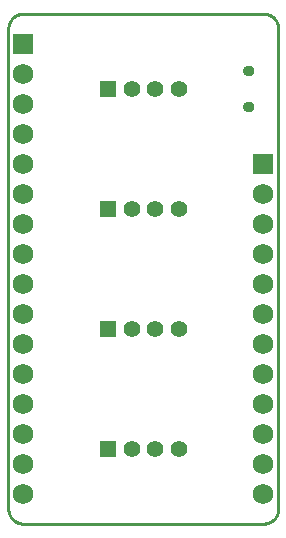
<source format=gbs>
G75*
%MOIN*%
%OFA0B0*%
%FSLAX25Y25*%
%IPPOS*%
%LPD*%
%AMOC8*
5,1,8,0,0,1.08239X$1,22.5*
%
%ADD10C,0.01000*%
%ADD11R,0.06900X0.06900*%
%ADD12C,0.06900*%
%ADD13R,0.05550X0.05550*%
%ADD14C,0.05550*%
%ADD15C,0.00000*%
%ADD16C,0.03600*%
D10*
X0001500Y0006500D02*
X0001500Y0166500D01*
X0001502Y0166640D01*
X0001508Y0166780D01*
X0001518Y0166920D01*
X0001531Y0167060D01*
X0001549Y0167199D01*
X0001571Y0167338D01*
X0001596Y0167475D01*
X0001625Y0167613D01*
X0001658Y0167749D01*
X0001695Y0167884D01*
X0001736Y0168018D01*
X0001781Y0168151D01*
X0001829Y0168283D01*
X0001881Y0168413D01*
X0001936Y0168542D01*
X0001995Y0168669D01*
X0002058Y0168795D01*
X0002124Y0168919D01*
X0002193Y0169040D01*
X0002266Y0169160D01*
X0002343Y0169278D01*
X0002422Y0169393D01*
X0002505Y0169507D01*
X0002591Y0169617D01*
X0002680Y0169726D01*
X0002772Y0169832D01*
X0002867Y0169935D01*
X0002964Y0170036D01*
X0003065Y0170133D01*
X0003168Y0170228D01*
X0003274Y0170320D01*
X0003383Y0170409D01*
X0003493Y0170495D01*
X0003607Y0170578D01*
X0003722Y0170657D01*
X0003840Y0170734D01*
X0003960Y0170807D01*
X0004081Y0170876D01*
X0004205Y0170942D01*
X0004331Y0171005D01*
X0004458Y0171064D01*
X0004587Y0171119D01*
X0004717Y0171171D01*
X0004849Y0171219D01*
X0004982Y0171264D01*
X0005116Y0171305D01*
X0005251Y0171342D01*
X0005387Y0171375D01*
X0005525Y0171404D01*
X0005662Y0171429D01*
X0005801Y0171451D01*
X0005940Y0171469D01*
X0006080Y0171482D01*
X0006220Y0171492D01*
X0006360Y0171498D01*
X0006500Y0171500D01*
X0086500Y0171500D01*
X0086640Y0171498D01*
X0086780Y0171492D01*
X0086920Y0171482D01*
X0087060Y0171469D01*
X0087199Y0171451D01*
X0087338Y0171429D01*
X0087475Y0171404D01*
X0087613Y0171375D01*
X0087749Y0171342D01*
X0087884Y0171305D01*
X0088018Y0171264D01*
X0088151Y0171219D01*
X0088283Y0171171D01*
X0088413Y0171119D01*
X0088542Y0171064D01*
X0088669Y0171005D01*
X0088795Y0170942D01*
X0088919Y0170876D01*
X0089040Y0170807D01*
X0089160Y0170734D01*
X0089278Y0170657D01*
X0089393Y0170578D01*
X0089507Y0170495D01*
X0089617Y0170409D01*
X0089726Y0170320D01*
X0089832Y0170228D01*
X0089935Y0170133D01*
X0090036Y0170036D01*
X0090133Y0169935D01*
X0090228Y0169832D01*
X0090320Y0169726D01*
X0090409Y0169617D01*
X0090495Y0169507D01*
X0090578Y0169393D01*
X0090657Y0169278D01*
X0090734Y0169160D01*
X0090807Y0169040D01*
X0090876Y0168919D01*
X0090942Y0168795D01*
X0091005Y0168669D01*
X0091064Y0168542D01*
X0091119Y0168413D01*
X0091171Y0168283D01*
X0091219Y0168151D01*
X0091264Y0168018D01*
X0091305Y0167884D01*
X0091342Y0167749D01*
X0091375Y0167613D01*
X0091404Y0167475D01*
X0091429Y0167338D01*
X0091451Y0167199D01*
X0091469Y0167060D01*
X0091482Y0166920D01*
X0091492Y0166780D01*
X0091498Y0166640D01*
X0091500Y0166500D01*
X0091500Y0006500D01*
X0091498Y0006360D01*
X0091492Y0006220D01*
X0091482Y0006080D01*
X0091469Y0005940D01*
X0091451Y0005801D01*
X0091429Y0005662D01*
X0091404Y0005525D01*
X0091375Y0005387D01*
X0091342Y0005251D01*
X0091305Y0005116D01*
X0091264Y0004982D01*
X0091219Y0004849D01*
X0091171Y0004717D01*
X0091119Y0004587D01*
X0091064Y0004458D01*
X0091005Y0004331D01*
X0090942Y0004205D01*
X0090876Y0004081D01*
X0090807Y0003960D01*
X0090734Y0003840D01*
X0090657Y0003722D01*
X0090578Y0003607D01*
X0090495Y0003493D01*
X0090409Y0003383D01*
X0090320Y0003274D01*
X0090228Y0003168D01*
X0090133Y0003065D01*
X0090036Y0002964D01*
X0089935Y0002867D01*
X0089832Y0002772D01*
X0089726Y0002680D01*
X0089617Y0002591D01*
X0089507Y0002505D01*
X0089393Y0002422D01*
X0089278Y0002343D01*
X0089160Y0002266D01*
X0089040Y0002193D01*
X0088919Y0002124D01*
X0088795Y0002058D01*
X0088669Y0001995D01*
X0088542Y0001936D01*
X0088413Y0001881D01*
X0088283Y0001829D01*
X0088151Y0001781D01*
X0088018Y0001736D01*
X0087884Y0001695D01*
X0087749Y0001658D01*
X0087613Y0001625D01*
X0087475Y0001596D01*
X0087338Y0001571D01*
X0087199Y0001549D01*
X0087060Y0001531D01*
X0086920Y0001518D01*
X0086780Y0001508D01*
X0086640Y0001502D01*
X0086500Y0001500D01*
X0006500Y0001500D01*
X0006360Y0001502D01*
X0006220Y0001508D01*
X0006080Y0001518D01*
X0005940Y0001531D01*
X0005801Y0001549D01*
X0005662Y0001571D01*
X0005525Y0001596D01*
X0005387Y0001625D01*
X0005251Y0001658D01*
X0005116Y0001695D01*
X0004982Y0001736D01*
X0004849Y0001781D01*
X0004717Y0001829D01*
X0004587Y0001881D01*
X0004458Y0001936D01*
X0004331Y0001995D01*
X0004205Y0002058D01*
X0004081Y0002124D01*
X0003960Y0002193D01*
X0003840Y0002266D01*
X0003722Y0002343D01*
X0003607Y0002422D01*
X0003493Y0002505D01*
X0003383Y0002591D01*
X0003274Y0002680D01*
X0003168Y0002772D01*
X0003065Y0002867D01*
X0002964Y0002964D01*
X0002867Y0003065D01*
X0002772Y0003168D01*
X0002680Y0003274D01*
X0002591Y0003383D01*
X0002505Y0003493D01*
X0002422Y0003607D01*
X0002343Y0003722D01*
X0002266Y0003840D01*
X0002193Y0003960D01*
X0002124Y0004081D01*
X0002058Y0004205D01*
X0001995Y0004331D01*
X0001936Y0004458D01*
X0001881Y0004587D01*
X0001829Y0004717D01*
X0001781Y0004849D01*
X0001736Y0004982D01*
X0001695Y0005116D01*
X0001658Y0005251D01*
X0001625Y0005387D01*
X0001596Y0005525D01*
X0001571Y0005662D01*
X0001549Y0005801D01*
X0001531Y0005940D01*
X0001518Y0006080D01*
X0001508Y0006220D01*
X0001502Y0006360D01*
X0001500Y0006500D01*
D11*
X0086500Y0121500D03*
X0006500Y0161500D03*
D12*
X0006500Y0151500D03*
X0006500Y0141500D03*
X0006500Y0131500D03*
X0006500Y0121500D03*
X0006500Y0111500D03*
X0006500Y0101500D03*
X0006500Y0091500D03*
X0006500Y0081500D03*
X0006500Y0071500D03*
X0006500Y0061500D03*
X0006500Y0051500D03*
X0006500Y0041500D03*
X0006500Y0031500D03*
X0006500Y0021500D03*
X0006500Y0011500D03*
X0086500Y0011500D03*
X0086500Y0021500D03*
X0086500Y0031500D03*
X0086500Y0041500D03*
X0086500Y0051500D03*
X0086500Y0061500D03*
X0086500Y0071500D03*
X0086500Y0081500D03*
X0086500Y0091500D03*
X0086500Y0101500D03*
X0086500Y0111500D03*
D13*
X0034689Y0106500D03*
X0034689Y0066500D03*
X0034689Y0026500D03*
X0034689Y0146500D03*
D14*
X0042563Y0146500D03*
X0050437Y0146500D03*
X0058311Y0146500D03*
X0058311Y0106500D03*
X0050437Y0106500D03*
X0042563Y0106500D03*
X0042563Y0066500D03*
X0050437Y0066500D03*
X0058311Y0066500D03*
X0058311Y0026500D03*
X0050437Y0026500D03*
X0042563Y0026500D03*
D15*
X0079900Y0140500D02*
X0079902Y0140580D01*
X0079908Y0140659D01*
X0079918Y0140738D01*
X0079932Y0140817D01*
X0079949Y0140895D01*
X0079971Y0140972D01*
X0079996Y0141047D01*
X0080026Y0141121D01*
X0080058Y0141194D01*
X0080095Y0141265D01*
X0080135Y0141334D01*
X0080178Y0141401D01*
X0080225Y0141466D01*
X0080274Y0141528D01*
X0080327Y0141588D01*
X0080383Y0141645D01*
X0080441Y0141700D01*
X0080502Y0141751D01*
X0080566Y0141799D01*
X0080632Y0141844D01*
X0080700Y0141886D01*
X0080770Y0141924D01*
X0080842Y0141958D01*
X0080915Y0141989D01*
X0080990Y0142017D01*
X0081067Y0142040D01*
X0081144Y0142060D01*
X0081222Y0142076D01*
X0081301Y0142088D01*
X0081380Y0142096D01*
X0081460Y0142100D01*
X0081540Y0142100D01*
X0081620Y0142096D01*
X0081699Y0142088D01*
X0081778Y0142076D01*
X0081856Y0142060D01*
X0081933Y0142040D01*
X0082010Y0142017D01*
X0082085Y0141989D01*
X0082158Y0141958D01*
X0082230Y0141924D01*
X0082300Y0141886D01*
X0082368Y0141844D01*
X0082434Y0141799D01*
X0082498Y0141751D01*
X0082559Y0141700D01*
X0082617Y0141645D01*
X0082673Y0141588D01*
X0082726Y0141528D01*
X0082775Y0141466D01*
X0082822Y0141401D01*
X0082865Y0141334D01*
X0082905Y0141265D01*
X0082942Y0141194D01*
X0082974Y0141121D01*
X0083004Y0141047D01*
X0083029Y0140972D01*
X0083051Y0140895D01*
X0083068Y0140817D01*
X0083082Y0140738D01*
X0083092Y0140659D01*
X0083098Y0140580D01*
X0083100Y0140500D01*
X0083098Y0140420D01*
X0083092Y0140341D01*
X0083082Y0140262D01*
X0083068Y0140183D01*
X0083051Y0140105D01*
X0083029Y0140028D01*
X0083004Y0139953D01*
X0082974Y0139879D01*
X0082942Y0139806D01*
X0082905Y0139735D01*
X0082865Y0139666D01*
X0082822Y0139599D01*
X0082775Y0139534D01*
X0082726Y0139472D01*
X0082673Y0139412D01*
X0082617Y0139355D01*
X0082559Y0139300D01*
X0082498Y0139249D01*
X0082434Y0139201D01*
X0082368Y0139156D01*
X0082300Y0139114D01*
X0082230Y0139076D01*
X0082158Y0139042D01*
X0082085Y0139011D01*
X0082010Y0138983D01*
X0081933Y0138960D01*
X0081856Y0138940D01*
X0081778Y0138924D01*
X0081699Y0138912D01*
X0081620Y0138904D01*
X0081540Y0138900D01*
X0081460Y0138900D01*
X0081380Y0138904D01*
X0081301Y0138912D01*
X0081222Y0138924D01*
X0081144Y0138940D01*
X0081067Y0138960D01*
X0080990Y0138983D01*
X0080915Y0139011D01*
X0080842Y0139042D01*
X0080770Y0139076D01*
X0080700Y0139114D01*
X0080632Y0139156D01*
X0080566Y0139201D01*
X0080502Y0139249D01*
X0080441Y0139300D01*
X0080383Y0139355D01*
X0080327Y0139412D01*
X0080274Y0139472D01*
X0080225Y0139534D01*
X0080178Y0139599D01*
X0080135Y0139666D01*
X0080095Y0139735D01*
X0080058Y0139806D01*
X0080026Y0139879D01*
X0079996Y0139953D01*
X0079971Y0140028D01*
X0079949Y0140105D01*
X0079932Y0140183D01*
X0079918Y0140262D01*
X0079908Y0140341D01*
X0079902Y0140420D01*
X0079900Y0140500D01*
X0079900Y0152500D02*
X0079902Y0152580D01*
X0079908Y0152659D01*
X0079918Y0152738D01*
X0079932Y0152817D01*
X0079949Y0152895D01*
X0079971Y0152972D01*
X0079996Y0153047D01*
X0080026Y0153121D01*
X0080058Y0153194D01*
X0080095Y0153265D01*
X0080135Y0153334D01*
X0080178Y0153401D01*
X0080225Y0153466D01*
X0080274Y0153528D01*
X0080327Y0153588D01*
X0080383Y0153645D01*
X0080441Y0153700D01*
X0080502Y0153751D01*
X0080566Y0153799D01*
X0080632Y0153844D01*
X0080700Y0153886D01*
X0080770Y0153924D01*
X0080842Y0153958D01*
X0080915Y0153989D01*
X0080990Y0154017D01*
X0081067Y0154040D01*
X0081144Y0154060D01*
X0081222Y0154076D01*
X0081301Y0154088D01*
X0081380Y0154096D01*
X0081460Y0154100D01*
X0081540Y0154100D01*
X0081620Y0154096D01*
X0081699Y0154088D01*
X0081778Y0154076D01*
X0081856Y0154060D01*
X0081933Y0154040D01*
X0082010Y0154017D01*
X0082085Y0153989D01*
X0082158Y0153958D01*
X0082230Y0153924D01*
X0082300Y0153886D01*
X0082368Y0153844D01*
X0082434Y0153799D01*
X0082498Y0153751D01*
X0082559Y0153700D01*
X0082617Y0153645D01*
X0082673Y0153588D01*
X0082726Y0153528D01*
X0082775Y0153466D01*
X0082822Y0153401D01*
X0082865Y0153334D01*
X0082905Y0153265D01*
X0082942Y0153194D01*
X0082974Y0153121D01*
X0083004Y0153047D01*
X0083029Y0152972D01*
X0083051Y0152895D01*
X0083068Y0152817D01*
X0083082Y0152738D01*
X0083092Y0152659D01*
X0083098Y0152580D01*
X0083100Y0152500D01*
X0083098Y0152420D01*
X0083092Y0152341D01*
X0083082Y0152262D01*
X0083068Y0152183D01*
X0083051Y0152105D01*
X0083029Y0152028D01*
X0083004Y0151953D01*
X0082974Y0151879D01*
X0082942Y0151806D01*
X0082905Y0151735D01*
X0082865Y0151666D01*
X0082822Y0151599D01*
X0082775Y0151534D01*
X0082726Y0151472D01*
X0082673Y0151412D01*
X0082617Y0151355D01*
X0082559Y0151300D01*
X0082498Y0151249D01*
X0082434Y0151201D01*
X0082368Y0151156D01*
X0082300Y0151114D01*
X0082230Y0151076D01*
X0082158Y0151042D01*
X0082085Y0151011D01*
X0082010Y0150983D01*
X0081933Y0150960D01*
X0081856Y0150940D01*
X0081778Y0150924D01*
X0081699Y0150912D01*
X0081620Y0150904D01*
X0081540Y0150900D01*
X0081460Y0150900D01*
X0081380Y0150904D01*
X0081301Y0150912D01*
X0081222Y0150924D01*
X0081144Y0150940D01*
X0081067Y0150960D01*
X0080990Y0150983D01*
X0080915Y0151011D01*
X0080842Y0151042D01*
X0080770Y0151076D01*
X0080700Y0151114D01*
X0080632Y0151156D01*
X0080566Y0151201D01*
X0080502Y0151249D01*
X0080441Y0151300D01*
X0080383Y0151355D01*
X0080327Y0151412D01*
X0080274Y0151472D01*
X0080225Y0151534D01*
X0080178Y0151599D01*
X0080135Y0151666D01*
X0080095Y0151735D01*
X0080058Y0151806D01*
X0080026Y0151879D01*
X0079996Y0151953D01*
X0079971Y0152028D01*
X0079949Y0152105D01*
X0079932Y0152183D01*
X0079918Y0152262D01*
X0079908Y0152341D01*
X0079902Y0152420D01*
X0079900Y0152500D01*
D16*
X0081500Y0152500D03*
X0081500Y0140500D03*
M02*

</source>
